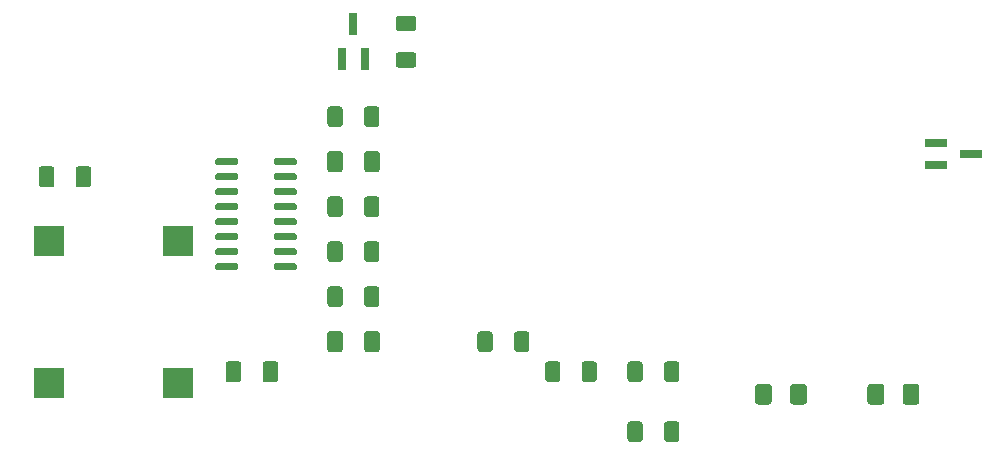
<source format=gbr>
%TF.GenerationSoftware,KiCad,Pcbnew,5.1.8+dfsg1-1+b1*%
%TF.CreationDate,2021-04-12T18:27:31-05:00*%
%TF.ProjectId,weather,77656174-6865-4722-9e6b-696361645f70,B*%
%TF.SameCoordinates,Original*%
%TF.FileFunction,Paste,Top*%
%TF.FilePolarity,Positive*%
%FSLAX46Y46*%
G04 Gerber Fmt 4.6, Leading zero omitted, Abs format (unit mm)*
G04 Created by KiCad (PCBNEW 5.1.8+dfsg1-1+b1) date 2021-04-12 18:27:31*
%MOMM*%
%LPD*%
G01*
G04 APERTURE LIST*
%ADD10R,0.800000X1.900000*%
%ADD11R,1.900000X0.800000*%
%ADD12R,2.500000X2.500000*%
G04 APERTURE END LIST*
D10*
%TO.C,Q2*%
X76200000Y-49300000D03*
X77150000Y-52300000D03*
X75250000Y-52300000D03*
%TD*%
D11*
%TO.C,Q1*%
X128500000Y-60325000D03*
X125500000Y-61275000D03*
X125500000Y-59375000D03*
%TD*%
%TO.C,R9*%
G36*
G01*
X77100000Y-65395000D02*
X77100000Y-64145000D01*
G75*
G02*
X77350000Y-63895000I250000J0D01*
G01*
X78150000Y-63895000D01*
G75*
G02*
X78400000Y-64145000I0J-250000D01*
G01*
X78400000Y-65395000D01*
G75*
G02*
X78150000Y-65645000I-250000J0D01*
G01*
X77350000Y-65645000D01*
G75*
G02*
X77100000Y-65395000I0J250000D01*
G01*
G37*
G36*
G01*
X74000000Y-65395000D02*
X74000000Y-64145000D01*
G75*
G02*
X74250000Y-63895000I250000J0D01*
G01*
X75050000Y-63895000D01*
G75*
G02*
X75300000Y-64145000I0J-250000D01*
G01*
X75300000Y-65395000D01*
G75*
G02*
X75050000Y-65645000I-250000J0D01*
G01*
X74250000Y-65645000D01*
G75*
G02*
X74000000Y-65395000I0J250000D01*
G01*
G37*
%TD*%
%TO.C,R8*%
G36*
G01*
X75300000Y-56525000D02*
X75300000Y-57775000D01*
G75*
G02*
X75050000Y-58025000I-250000J0D01*
G01*
X74250000Y-58025000D01*
G75*
G02*
X74000000Y-57775000I0J250000D01*
G01*
X74000000Y-56525000D01*
G75*
G02*
X74250000Y-56275000I250000J0D01*
G01*
X75050000Y-56275000D01*
G75*
G02*
X75300000Y-56525000I0J-250000D01*
G01*
G37*
G36*
G01*
X78400000Y-56525000D02*
X78400000Y-57775000D01*
G75*
G02*
X78150000Y-58025000I-250000J0D01*
G01*
X77350000Y-58025000D01*
G75*
G02*
X77100000Y-57775000I0J250000D01*
G01*
X77100000Y-56525000D01*
G75*
G02*
X77350000Y-56275000I250000J0D01*
G01*
X78150000Y-56275000D01*
G75*
G02*
X78400000Y-56525000I0J-250000D01*
G01*
G37*
%TD*%
%TO.C,R7*%
G36*
G01*
X81270000Y-49900000D02*
X80020000Y-49900000D01*
G75*
G02*
X79770000Y-49650000I0J250000D01*
G01*
X79770000Y-48850000D01*
G75*
G02*
X80020000Y-48600000I250000J0D01*
G01*
X81270000Y-48600000D01*
G75*
G02*
X81520000Y-48850000I0J-250000D01*
G01*
X81520000Y-49650000D01*
G75*
G02*
X81270000Y-49900000I-250000J0D01*
G01*
G37*
G36*
G01*
X81270000Y-53000000D02*
X80020000Y-53000000D01*
G75*
G02*
X79770000Y-52750000I0J250000D01*
G01*
X79770000Y-51950000D01*
G75*
G02*
X80020000Y-51700000I250000J0D01*
G01*
X81270000Y-51700000D01*
G75*
G02*
X81520000Y-51950000I0J-250000D01*
G01*
X81520000Y-52750000D01*
G75*
G02*
X81270000Y-53000000I-250000J0D01*
G01*
G37*
%TD*%
%TO.C,R6*%
G36*
G01*
X75300000Y-67955000D02*
X75300000Y-69205000D01*
G75*
G02*
X75050000Y-69455000I-250000J0D01*
G01*
X74250000Y-69455000D01*
G75*
G02*
X74000000Y-69205000I0J250000D01*
G01*
X74000000Y-67955000D01*
G75*
G02*
X74250000Y-67705000I250000J0D01*
G01*
X75050000Y-67705000D01*
G75*
G02*
X75300000Y-67955000I0J-250000D01*
G01*
G37*
G36*
G01*
X78400000Y-67955000D02*
X78400000Y-69205000D01*
G75*
G02*
X78150000Y-69455000I-250000J0D01*
G01*
X77350000Y-69455000D01*
G75*
G02*
X77100000Y-69205000I0J250000D01*
G01*
X77100000Y-67955000D01*
G75*
G02*
X77350000Y-67705000I250000J0D01*
G01*
X78150000Y-67705000D01*
G75*
G02*
X78400000Y-67955000I0J-250000D01*
G01*
G37*
%TD*%
%TO.C,R5*%
G36*
G01*
X75300000Y-71765000D02*
X75300000Y-73015000D01*
G75*
G02*
X75050000Y-73265000I-250000J0D01*
G01*
X74250000Y-73265000D01*
G75*
G02*
X74000000Y-73015000I0J250000D01*
G01*
X74000000Y-71765000D01*
G75*
G02*
X74250000Y-71515000I250000J0D01*
G01*
X75050000Y-71515000D01*
G75*
G02*
X75300000Y-71765000I0J-250000D01*
G01*
G37*
G36*
G01*
X78400000Y-71765000D02*
X78400000Y-73015000D01*
G75*
G02*
X78150000Y-73265000I-250000J0D01*
G01*
X77350000Y-73265000D01*
G75*
G02*
X77100000Y-73015000I0J250000D01*
G01*
X77100000Y-71765000D01*
G75*
G02*
X77350000Y-71515000I250000J0D01*
G01*
X78150000Y-71515000D01*
G75*
G02*
X78400000Y-71765000I0J-250000D01*
G01*
G37*
%TD*%
%TO.C,C5*%
G36*
G01*
X77100000Y-61610001D02*
X77100000Y-60309999D01*
G75*
G02*
X77349999Y-60060000I249999J0D01*
G01*
X78175001Y-60060000D01*
G75*
G02*
X78425000Y-60309999I0J-249999D01*
G01*
X78425000Y-61610001D01*
G75*
G02*
X78175001Y-61860000I-249999J0D01*
G01*
X77349999Y-61860000D01*
G75*
G02*
X77100000Y-61610001I0J249999D01*
G01*
G37*
G36*
G01*
X73975000Y-61610001D02*
X73975000Y-60309999D01*
G75*
G02*
X74224999Y-60060000I249999J0D01*
G01*
X75050001Y-60060000D01*
G75*
G02*
X75300000Y-60309999I0J-249999D01*
G01*
X75300000Y-61610001D01*
G75*
G02*
X75050001Y-61860000I-249999J0D01*
G01*
X74224999Y-61860000D01*
G75*
G02*
X73975000Y-61610001I0J249999D01*
G01*
G37*
%TD*%
%TO.C,C4*%
G36*
G01*
X77100000Y-76850001D02*
X77100000Y-75549999D01*
G75*
G02*
X77349999Y-75300000I249999J0D01*
G01*
X78175001Y-75300000D01*
G75*
G02*
X78425000Y-75549999I0J-249999D01*
G01*
X78425000Y-76850001D01*
G75*
G02*
X78175001Y-77100000I-249999J0D01*
G01*
X77349999Y-77100000D01*
G75*
G02*
X77100000Y-76850001I0J249999D01*
G01*
G37*
G36*
G01*
X73975000Y-76850001D02*
X73975000Y-75549999D01*
G75*
G02*
X74224999Y-75300000I249999J0D01*
G01*
X75050001Y-75300000D01*
G75*
G02*
X75300000Y-75549999I0J-249999D01*
G01*
X75300000Y-76850001D01*
G75*
G02*
X75050001Y-77100000I-249999J0D01*
G01*
X74224999Y-77100000D01*
G75*
G02*
X73975000Y-76850001I0J249999D01*
G01*
G37*
%TD*%
%TO.C,U2*%
G36*
G01*
X69445000Y-61110000D02*
X69445000Y-60810000D01*
G75*
G02*
X69595000Y-60660000I150000J0D01*
G01*
X71245000Y-60660000D01*
G75*
G02*
X71395000Y-60810000I0J-150000D01*
G01*
X71395000Y-61110000D01*
G75*
G02*
X71245000Y-61260000I-150000J0D01*
G01*
X69595000Y-61260000D01*
G75*
G02*
X69445000Y-61110000I0J150000D01*
G01*
G37*
G36*
G01*
X69445000Y-62380000D02*
X69445000Y-62080000D01*
G75*
G02*
X69595000Y-61930000I150000J0D01*
G01*
X71245000Y-61930000D01*
G75*
G02*
X71395000Y-62080000I0J-150000D01*
G01*
X71395000Y-62380000D01*
G75*
G02*
X71245000Y-62530000I-150000J0D01*
G01*
X69595000Y-62530000D01*
G75*
G02*
X69445000Y-62380000I0J150000D01*
G01*
G37*
G36*
G01*
X69445000Y-63650000D02*
X69445000Y-63350000D01*
G75*
G02*
X69595000Y-63200000I150000J0D01*
G01*
X71245000Y-63200000D01*
G75*
G02*
X71395000Y-63350000I0J-150000D01*
G01*
X71395000Y-63650000D01*
G75*
G02*
X71245000Y-63800000I-150000J0D01*
G01*
X69595000Y-63800000D01*
G75*
G02*
X69445000Y-63650000I0J150000D01*
G01*
G37*
G36*
G01*
X69445000Y-64920000D02*
X69445000Y-64620000D01*
G75*
G02*
X69595000Y-64470000I150000J0D01*
G01*
X71245000Y-64470000D01*
G75*
G02*
X71395000Y-64620000I0J-150000D01*
G01*
X71395000Y-64920000D01*
G75*
G02*
X71245000Y-65070000I-150000J0D01*
G01*
X69595000Y-65070000D01*
G75*
G02*
X69445000Y-64920000I0J150000D01*
G01*
G37*
G36*
G01*
X69445000Y-66190000D02*
X69445000Y-65890000D01*
G75*
G02*
X69595000Y-65740000I150000J0D01*
G01*
X71245000Y-65740000D01*
G75*
G02*
X71395000Y-65890000I0J-150000D01*
G01*
X71395000Y-66190000D01*
G75*
G02*
X71245000Y-66340000I-150000J0D01*
G01*
X69595000Y-66340000D01*
G75*
G02*
X69445000Y-66190000I0J150000D01*
G01*
G37*
G36*
G01*
X69445000Y-67460000D02*
X69445000Y-67160000D01*
G75*
G02*
X69595000Y-67010000I150000J0D01*
G01*
X71245000Y-67010000D01*
G75*
G02*
X71395000Y-67160000I0J-150000D01*
G01*
X71395000Y-67460000D01*
G75*
G02*
X71245000Y-67610000I-150000J0D01*
G01*
X69595000Y-67610000D01*
G75*
G02*
X69445000Y-67460000I0J150000D01*
G01*
G37*
G36*
G01*
X69445000Y-68730000D02*
X69445000Y-68430000D01*
G75*
G02*
X69595000Y-68280000I150000J0D01*
G01*
X71245000Y-68280000D01*
G75*
G02*
X71395000Y-68430000I0J-150000D01*
G01*
X71395000Y-68730000D01*
G75*
G02*
X71245000Y-68880000I-150000J0D01*
G01*
X69595000Y-68880000D01*
G75*
G02*
X69445000Y-68730000I0J150000D01*
G01*
G37*
G36*
G01*
X69445000Y-70000000D02*
X69445000Y-69700000D01*
G75*
G02*
X69595000Y-69550000I150000J0D01*
G01*
X71245000Y-69550000D01*
G75*
G02*
X71395000Y-69700000I0J-150000D01*
G01*
X71395000Y-70000000D01*
G75*
G02*
X71245000Y-70150000I-150000J0D01*
G01*
X69595000Y-70150000D01*
G75*
G02*
X69445000Y-70000000I0J150000D01*
G01*
G37*
G36*
G01*
X64495000Y-70000000D02*
X64495000Y-69700000D01*
G75*
G02*
X64645000Y-69550000I150000J0D01*
G01*
X66295000Y-69550000D01*
G75*
G02*
X66445000Y-69700000I0J-150000D01*
G01*
X66445000Y-70000000D01*
G75*
G02*
X66295000Y-70150000I-150000J0D01*
G01*
X64645000Y-70150000D01*
G75*
G02*
X64495000Y-70000000I0J150000D01*
G01*
G37*
G36*
G01*
X64495000Y-68730000D02*
X64495000Y-68430000D01*
G75*
G02*
X64645000Y-68280000I150000J0D01*
G01*
X66295000Y-68280000D01*
G75*
G02*
X66445000Y-68430000I0J-150000D01*
G01*
X66445000Y-68730000D01*
G75*
G02*
X66295000Y-68880000I-150000J0D01*
G01*
X64645000Y-68880000D01*
G75*
G02*
X64495000Y-68730000I0J150000D01*
G01*
G37*
G36*
G01*
X64495000Y-67460000D02*
X64495000Y-67160000D01*
G75*
G02*
X64645000Y-67010000I150000J0D01*
G01*
X66295000Y-67010000D01*
G75*
G02*
X66445000Y-67160000I0J-150000D01*
G01*
X66445000Y-67460000D01*
G75*
G02*
X66295000Y-67610000I-150000J0D01*
G01*
X64645000Y-67610000D01*
G75*
G02*
X64495000Y-67460000I0J150000D01*
G01*
G37*
G36*
G01*
X64495000Y-66190000D02*
X64495000Y-65890000D01*
G75*
G02*
X64645000Y-65740000I150000J0D01*
G01*
X66295000Y-65740000D01*
G75*
G02*
X66445000Y-65890000I0J-150000D01*
G01*
X66445000Y-66190000D01*
G75*
G02*
X66295000Y-66340000I-150000J0D01*
G01*
X64645000Y-66340000D01*
G75*
G02*
X64495000Y-66190000I0J150000D01*
G01*
G37*
G36*
G01*
X64495000Y-64920000D02*
X64495000Y-64620000D01*
G75*
G02*
X64645000Y-64470000I150000J0D01*
G01*
X66295000Y-64470000D01*
G75*
G02*
X66445000Y-64620000I0J-150000D01*
G01*
X66445000Y-64920000D01*
G75*
G02*
X66295000Y-65070000I-150000J0D01*
G01*
X64645000Y-65070000D01*
G75*
G02*
X64495000Y-64920000I0J150000D01*
G01*
G37*
G36*
G01*
X64495000Y-63650000D02*
X64495000Y-63350000D01*
G75*
G02*
X64645000Y-63200000I150000J0D01*
G01*
X66295000Y-63200000D01*
G75*
G02*
X66445000Y-63350000I0J-150000D01*
G01*
X66445000Y-63650000D01*
G75*
G02*
X66295000Y-63800000I-150000J0D01*
G01*
X64645000Y-63800000D01*
G75*
G02*
X64495000Y-63650000I0J150000D01*
G01*
G37*
G36*
G01*
X64495000Y-62380000D02*
X64495000Y-62080000D01*
G75*
G02*
X64645000Y-61930000I150000J0D01*
G01*
X66295000Y-61930000D01*
G75*
G02*
X66445000Y-62080000I0J-150000D01*
G01*
X66445000Y-62380000D01*
G75*
G02*
X66295000Y-62530000I-150000J0D01*
G01*
X64645000Y-62530000D01*
G75*
G02*
X64495000Y-62380000I0J150000D01*
G01*
G37*
G36*
G01*
X64495000Y-61110000D02*
X64495000Y-60810000D01*
G75*
G02*
X64645000Y-60660000I150000J0D01*
G01*
X66295000Y-60660000D01*
G75*
G02*
X66445000Y-60810000I0J-150000D01*
G01*
X66445000Y-61110000D01*
G75*
G02*
X66295000Y-61260000I-150000J0D01*
G01*
X64645000Y-61260000D01*
G75*
G02*
X64495000Y-61110000I0J150000D01*
G01*
G37*
%TD*%
D12*
%TO.C,PS1*%
X50380000Y-79660000D03*
X61380000Y-79660000D03*
X61380000Y-67660000D03*
X50380000Y-67660000D03*
%TD*%
%TO.C,R4*%
G36*
G01*
X89800000Y-76825001D02*
X89800000Y-75574999D01*
G75*
G02*
X90049999Y-75325000I249999J0D01*
G01*
X90850001Y-75325000D01*
G75*
G02*
X91100000Y-75574999I0J-249999D01*
G01*
X91100000Y-76825001D01*
G75*
G02*
X90850001Y-77075000I-249999J0D01*
G01*
X90049999Y-77075000D01*
G75*
G02*
X89800000Y-76825001I0J249999D01*
G01*
G37*
G36*
G01*
X86700000Y-76825001D02*
X86700000Y-75574999D01*
G75*
G02*
X86949999Y-75325000I249999J0D01*
G01*
X87750001Y-75325000D01*
G75*
G02*
X88000000Y-75574999I0J-249999D01*
G01*
X88000000Y-76825001D01*
G75*
G02*
X87750001Y-77075000I-249999J0D01*
G01*
X86949999Y-77075000D01*
G75*
G02*
X86700000Y-76825001I0J249999D01*
G01*
G37*
%TD*%
%TO.C,R3*%
G36*
G01*
X95515000Y-79365001D02*
X95515000Y-78114999D01*
G75*
G02*
X95764999Y-77865000I249999J0D01*
G01*
X96565001Y-77865000D01*
G75*
G02*
X96815000Y-78114999I0J-249999D01*
G01*
X96815000Y-79365001D01*
G75*
G02*
X96565001Y-79615000I-249999J0D01*
G01*
X95764999Y-79615000D01*
G75*
G02*
X95515000Y-79365001I0J249999D01*
G01*
G37*
G36*
G01*
X92415000Y-79365001D02*
X92415000Y-78114999D01*
G75*
G02*
X92664999Y-77865000I249999J0D01*
G01*
X93465001Y-77865000D01*
G75*
G02*
X93715000Y-78114999I0J-249999D01*
G01*
X93715000Y-79365001D01*
G75*
G02*
X93465001Y-79615000I-249999J0D01*
G01*
X92664999Y-79615000D01*
G75*
G02*
X92415000Y-79365001I0J249999D01*
G01*
G37*
%TD*%
%TO.C,C3*%
G36*
G01*
X68502500Y-79390003D02*
X68502500Y-78089997D01*
G75*
G02*
X68752497Y-77840000I249997J0D01*
G01*
X69577503Y-77840000D01*
G75*
G02*
X69827500Y-78089997I0J-249997D01*
G01*
X69827500Y-79390003D01*
G75*
G02*
X69577503Y-79640000I-249997J0D01*
G01*
X68752497Y-79640000D01*
G75*
G02*
X68502500Y-79390003I0J249997D01*
G01*
G37*
G36*
G01*
X65377500Y-79390003D02*
X65377500Y-78089997D01*
G75*
G02*
X65627497Y-77840000I249997J0D01*
G01*
X66452503Y-77840000D01*
G75*
G02*
X66702500Y-78089997I0J-249997D01*
G01*
X66702500Y-79390003D01*
G75*
G02*
X66452503Y-79640000I-249997J0D01*
G01*
X65627497Y-79640000D01*
G75*
G02*
X65377500Y-79390003I0J249997D01*
G01*
G37*
%TD*%
%TO.C,C2*%
G36*
G01*
X52677500Y-62880003D02*
X52677500Y-61579997D01*
G75*
G02*
X52927497Y-61330000I249997J0D01*
G01*
X53752503Y-61330000D01*
G75*
G02*
X54002500Y-61579997I0J-249997D01*
G01*
X54002500Y-62880003D01*
G75*
G02*
X53752503Y-63130000I-249997J0D01*
G01*
X52927497Y-63130000D01*
G75*
G02*
X52677500Y-62880003I0J249997D01*
G01*
G37*
G36*
G01*
X49552500Y-62880003D02*
X49552500Y-61579997D01*
G75*
G02*
X49802497Y-61330000I249997J0D01*
G01*
X50627503Y-61330000D01*
G75*
G02*
X50877500Y-61579997I0J-249997D01*
G01*
X50877500Y-62880003D01*
G75*
G02*
X50627503Y-63130000I-249997J0D01*
G01*
X49802497Y-63130000D01*
G75*
G02*
X49552500Y-62880003I0J249997D01*
G01*
G37*
%TD*%
%TO.C,R2*%
G36*
G01*
X102500000Y-84445001D02*
X102500000Y-83194999D01*
G75*
G02*
X102749999Y-82945000I249999J0D01*
G01*
X103550001Y-82945000D01*
G75*
G02*
X103800000Y-83194999I0J-249999D01*
G01*
X103800000Y-84445001D01*
G75*
G02*
X103550001Y-84695000I-249999J0D01*
G01*
X102749999Y-84695000D01*
G75*
G02*
X102500000Y-84445001I0J249999D01*
G01*
G37*
G36*
G01*
X99400000Y-84445001D02*
X99400000Y-83194999D01*
G75*
G02*
X99649999Y-82945000I249999J0D01*
G01*
X100450001Y-82945000D01*
G75*
G02*
X100700000Y-83194999I0J-249999D01*
G01*
X100700000Y-84445001D01*
G75*
G02*
X100450001Y-84695000I-249999J0D01*
G01*
X99649999Y-84695000D01*
G75*
G02*
X99400000Y-84445001I0J249999D01*
G01*
G37*
%TD*%
%TO.C,R1*%
G36*
G01*
X102500000Y-79365001D02*
X102500000Y-78114999D01*
G75*
G02*
X102749999Y-77865000I249999J0D01*
G01*
X103550001Y-77865000D01*
G75*
G02*
X103800000Y-78114999I0J-249999D01*
G01*
X103800000Y-79365001D01*
G75*
G02*
X103550001Y-79615000I-249999J0D01*
G01*
X102749999Y-79615000D01*
G75*
G02*
X102500000Y-79365001I0J249999D01*
G01*
G37*
G36*
G01*
X99400000Y-79365001D02*
X99400000Y-78114999D01*
G75*
G02*
X99649999Y-77865000I249999J0D01*
G01*
X100450001Y-77865000D01*
G75*
G02*
X100700000Y-78114999I0J-249999D01*
G01*
X100700000Y-79365001D01*
G75*
G02*
X100450001Y-79615000I-249999J0D01*
G01*
X99649999Y-79615000D01*
G75*
G02*
X99400000Y-79365001I0J249999D01*
G01*
G37*
%TD*%
%TO.C,D2*%
G36*
G01*
X121145000Y-80020000D02*
X121145000Y-81270000D01*
G75*
G02*
X120895000Y-81520000I-250000J0D01*
G01*
X119970000Y-81520000D01*
G75*
G02*
X119720000Y-81270000I0J250000D01*
G01*
X119720000Y-80020000D01*
G75*
G02*
X119970000Y-79770000I250000J0D01*
G01*
X120895000Y-79770000D01*
G75*
G02*
X121145000Y-80020000I0J-250000D01*
G01*
G37*
G36*
G01*
X124120000Y-80020000D02*
X124120000Y-81270000D01*
G75*
G02*
X123870000Y-81520000I-250000J0D01*
G01*
X122945000Y-81520000D01*
G75*
G02*
X122695000Y-81270000I0J250000D01*
G01*
X122695000Y-80020000D01*
G75*
G02*
X122945000Y-79770000I250000J0D01*
G01*
X123870000Y-79770000D01*
G75*
G02*
X124120000Y-80020000I0J-250000D01*
G01*
G37*
%TD*%
%TO.C,D1*%
G36*
G01*
X111620000Y-80020000D02*
X111620000Y-81270000D01*
G75*
G02*
X111370000Y-81520000I-250000J0D01*
G01*
X110445000Y-81520000D01*
G75*
G02*
X110195000Y-81270000I0J250000D01*
G01*
X110195000Y-80020000D01*
G75*
G02*
X110445000Y-79770000I250000J0D01*
G01*
X111370000Y-79770000D01*
G75*
G02*
X111620000Y-80020000I0J-250000D01*
G01*
G37*
G36*
G01*
X114595000Y-80020000D02*
X114595000Y-81270000D01*
G75*
G02*
X114345000Y-81520000I-250000J0D01*
G01*
X113420000Y-81520000D01*
G75*
G02*
X113170000Y-81270000I0J250000D01*
G01*
X113170000Y-80020000D01*
G75*
G02*
X113420000Y-79770000I250000J0D01*
G01*
X114345000Y-79770000D01*
G75*
G02*
X114595000Y-80020000I0J-250000D01*
G01*
G37*
%TD*%
M02*

</source>
